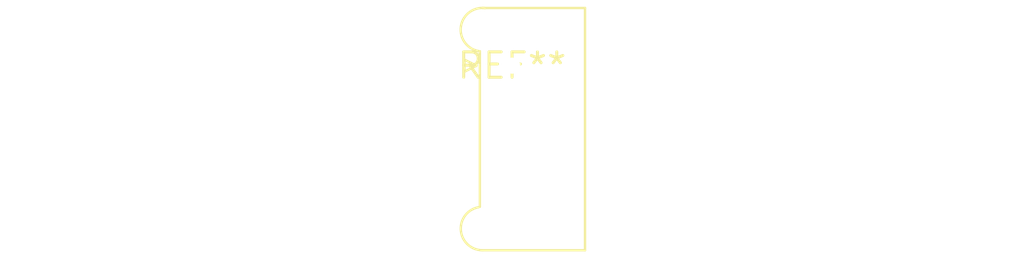
<source format=kicad_pcb>
(kicad_pcb (version 20240108) (generator pcbnew)
  (layers (0 "F.Cu" signal) (31 "B.Cu" signal) (34 "B.Paste" user) (35 "F.Paste" user) (36 "B.SilkS" user "B.Silkscreen") (37 "F.SilkS" user "F.Silkscreen") (38 "B.Mask" user) (39 "F.Mask" user) (44 "Edge.Cuts" user))
  (net 0 "")
  (footprint "Molex_Picoflex_90325-0006_2x03_P1.27mm_Vertical" (layer "F.Cu") (at 0 0)
    (property "Reference" "REF**")
    (property "Value" "Molex_Picoflex_90325-0006_2x03_P1.27mm_Vertical")
    (fp_line (start -2.38 -0.3) (end -2.38 0.3) (layer "F.SilkS") (stroke (width 0.12)))
    (fp_line (start -2.38 0.3) (end -1.78 0) (layer "F.SilkS") (stroke (width 0.12)))
    (fp_line (start -1.78 0) (end -2.38 -0.3) (layer "F.SilkS") (stroke (width 0.12)))
    (fp_line (start -1.61 -0.715) (end -1.61 7.065) (layer "F.SilkS") (stroke (width 0.12)))
    (fp_line (start -1.48 -2.885) (end 3.65 -2.885) (layer "F.SilkS") (stroke (width 0.12)))
    (fp_line (start 3.65 -2.885) (end 3.65 9.235) (layer "F.SilkS") (stroke (width 0.12)))
    (fp_line (start 3.65 9.235) (end -1.48 9.235) (layer "F.SilkS") (stroke (width 0.12)))
    (fp_arc (start -1.61 -0.72) (mid -2.56 -1.93) (end -1.35 -2.88) (layer "F.SilkS") (stroke (width 0.12)))
    (fp_arc (start -1.47 9.235) (mid -2.56 8.254526) (end -1.678256 7.08322) (layer "F.SilkS") (stroke (width 0.12)))
    (pad "" np_thru_hole circle (at -1.48 -1.8) (size 1.5 1.5) (drill 1.5) (layers *.Cu *.Mask))
    (pad "" np_thru_hole circle (at -1.48 8.15) (size 1.5 1.5) (drill 1.5) (layers *.Cu *.Mask))
    (pad "1" thru_hole roundrect (at 0 0) (size 1.8 1.3) (drill 0.8) (layers *.Cu *.Mask) (remove_unused_layers) (roundrect_rratio 0.192308))
    (pad "2" thru_hole oval (at 2.54 1.27) (size 1.8 1.3) (drill 0.8) (layers *.Cu *.Mask) (remove_unused_layers))
    (pad "3" thru_hole oval (at 0 2.54) (size 1.8 1.3) (drill 0.8) (layers *.Cu *.Mask) (remove_unused_layers))
    (pad "4" thru_hole oval (at 2.54 3.81) (size 1.8 1.3) (drill 0.8) (layers *.Cu *.Mask) (remove_unused_layers))
    (pad "5" thru_hole oval (at 0 5.08) (size 1.8 1.3) (drill 0.8) (layers *.Cu *.Mask) (remove_unused_layers))
    (pad "6" thru_hole oval (at 2.54 6.35) (size 1.8 1.3) (drill 0.8) (layers *.Cu *.Mask) (remove_unused_layers))
  )
)
</source>
